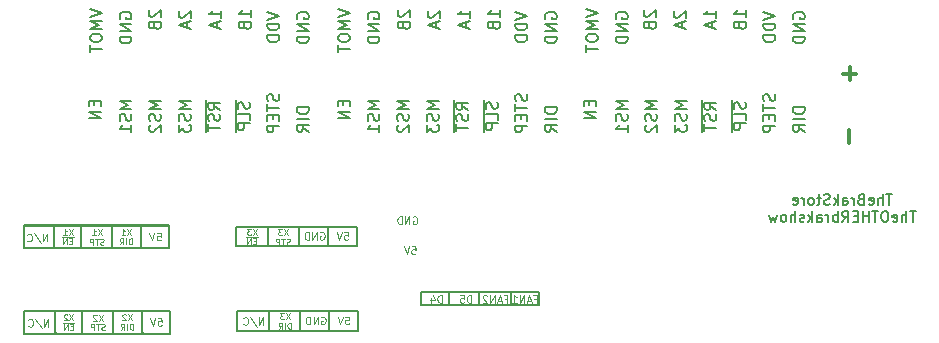
<source format=gbr>
G04 #@! TF.FileFunction,Legend,Bot*
%FSLAX46Y46*%
G04 Gerber Fmt 4.6, Leading zero omitted, Abs format (unit mm)*
G04 Created by KiCad (PCBNEW 4.0.2-stable) date 10/3/2017 10:25:22 PM*
%MOMM*%
G01*
G04 APERTURE LIST*
%ADD10C,0.100000*%
%ADD11C,0.127000*%
%ADD12C,0.088900*%
%ADD13C,0.076200*%
%ADD14C,0.200000*%
%ADD15C,0.165100*%
%ADD16C,0.300000*%
%ADD17C,0.150000*%
G04 APERTURE END LIST*
D10*
D11*
X176228000Y-125618500D02*
X176228000Y-126698000D01*
X173815000Y-125618500D02*
X173815000Y-126695200D01*
X171152000Y-125618500D02*
X171152000Y-126698000D01*
X168608000Y-125618500D02*
X168608000Y-126698000D01*
X166195000Y-125618500D02*
X166195000Y-126698000D01*
D12*
X165426953Y-121778262D02*
X165729334Y-121778262D01*
X165759572Y-122080643D01*
X165729334Y-122050405D01*
X165668857Y-122020167D01*
X165517667Y-122020167D01*
X165457191Y-122050405D01*
X165426953Y-122080643D01*
X165396714Y-122141119D01*
X165396714Y-122292310D01*
X165426953Y-122352786D01*
X165457191Y-122383024D01*
X165517667Y-122413262D01*
X165668857Y-122413262D01*
X165729334Y-122383024D01*
X165759572Y-122352786D01*
X165215286Y-121778262D02*
X165003619Y-122413262D01*
X164791952Y-121778262D01*
X165535809Y-119268500D02*
X165596286Y-119238262D01*
X165687000Y-119238262D01*
X165777714Y-119268500D01*
X165838190Y-119328976D01*
X165868429Y-119389452D01*
X165898667Y-119510405D01*
X165898667Y-119601119D01*
X165868429Y-119722071D01*
X165838190Y-119782548D01*
X165777714Y-119843024D01*
X165687000Y-119873262D01*
X165626524Y-119873262D01*
X165535809Y-119843024D01*
X165505571Y-119812786D01*
X165505571Y-119601119D01*
X165626524Y-119601119D01*
X165233429Y-119873262D02*
X165233429Y-119238262D01*
X164870571Y-119873262D01*
X164870571Y-119238262D01*
X164568191Y-119873262D02*
X164568191Y-119238262D01*
X164417000Y-119238262D01*
X164326286Y-119268500D01*
X164265810Y-119328976D01*
X164235571Y-119389452D01*
X164205333Y-119510405D01*
X164205333Y-119601119D01*
X164235571Y-119722071D01*
X164265810Y-119782548D01*
X164326286Y-119843024D01*
X164417000Y-119873262D01*
X164568191Y-119873262D01*
D11*
X144985000Y-127222000D02*
X132691400Y-127222000D01*
D12*
X134666948Y-128560062D02*
X134666948Y-127925062D01*
X134304090Y-128560062D01*
X134304090Y-127925062D01*
X133548138Y-127894824D02*
X134092424Y-128711252D01*
X132973614Y-128499586D02*
X133003852Y-128529824D01*
X133094567Y-128560062D01*
X133155043Y-128560062D01*
X133245757Y-128529824D01*
X133306233Y-128469348D01*
X133336472Y-128408871D01*
X133366710Y-128287919D01*
X133366710Y-128197205D01*
X133336472Y-128076252D01*
X133306233Y-128015776D01*
X133245757Y-127955300D01*
X133155043Y-127925062D01*
X133094567Y-127925062D01*
X133003852Y-127955300D01*
X132973614Y-127985538D01*
X143938553Y-127848862D02*
X144240934Y-127848862D01*
X144271172Y-128151243D01*
X144240934Y-128121005D01*
X144180457Y-128090767D01*
X144029267Y-128090767D01*
X143968791Y-128121005D01*
X143938553Y-128151243D01*
X143908314Y-128211719D01*
X143908314Y-128362910D01*
X143938553Y-128423386D01*
X143968791Y-128453624D01*
X144029267Y-128483862D01*
X144180457Y-128483862D01*
X144240934Y-128453624D01*
X144271172Y-128423386D01*
X143726886Y-127848862D02*
X143515219Y-128483862D01*
X143303552Y-127848862D01*
D13*
X136786639Y-127524710D02*
X136447972Y-128032710D01*
X136447972Y-127524710D02*
X136786639Y-128032710D01*
X136278638Y-127573090D02*
X136254448Y-127548900D01*
X136206067Y-127524710D01*
X136085114Y-127524710D01*
X136036733Y-127548900D01*
X136012543Y-127573090D01*
X135988352Y-127621471D01*
X135988352Y-127669852D01*
X136012543Y-127742424D01*
X136302829Y-128032710D01*
X135988352Y-128032710D01*
X136750352Y-128554014D02*
X136581018Y-128554014D01*
X136508447Y-128820110D02*
X136750352Y-128820110D01*
X136750352Y-128312110D01*
X136508447Y-128312110D01*
X136290733Y-128820110D02*
X136290733Y-128312110D01*
X136000447Y-128820110D01*
X136000447Y-128312110D01*
X136871304Y-128224540D02*
X135879495Y-128224540D01*
X139250439Y-127550110D02*
X138911772Y-128058110D01*
X138911772Y-127550110D02*
X139250439Y-128058110D01*
X138742438Y-127598490D02*
X138718248Y-127574300D01*
X138669867Y-127550110D01*
X138548914Y-127550110D01*
X138500533Y-127574300D01*
X138476343Y-127598490D01*
X138452152Y-127646871D01*
X138452152Y-127695252D01*
X138476343Y-127767824D01*
X138766629Y-128058110D01*
X138452152Y-128058110D01*
X139431867Y-128821319D02*
X139359296Y-128845510D01*
X139238343Y-128845510D01*
X139189962Y-128821319D01*
X139165772Y-128797129D01*
X139141581Y-128748748D01*
X139141581Y-128700367D01*
X139165772Y-128651986D01*
X139189962Y-128627795D01*
X139238343Y-128603605D01*
X139335105Y-128579414D01*
X139383486Y-128555224D01*
X139407677Y-128531033D01*
X139431867Y-128482652D01*
X139431867Y-128434271D01*
X139407677Y-128385890D01*
X139383486Y-128361700D01*
X139335105Y-128337510D01*
X139214153Y-128337510D01*
X139141581Y-128361700D01*
X138996438Y-128337510D02*
X138706152Y-128337510D01*
X138851295Y-128845510D02*
X138851295Y-128337510D01*
X138536819Y-128845510D02*
X138536819Y-128337510D01*
X138343295Y-128337510D01*
X138294914Y-128361700D01*
X138270723Y-128385890D01*
X138246533Y-128434271D01*
X138246533Y-128506843D01*
X138270723Y-128555224D01*
X138294914Y-128579414D01*
X138343295Y-128603605D01*
X138536819Y-128603605D01*
X141739639Y-127524710D02*
X141400972Y-128032710D01*
X141400972Y-127524710D02*
X141739639Y-128032710D01*
X141231638Y-127573090D02*
X141207448Y-127548900D01*
X141159067Y-127524710D01*
X141038114Y-127524710D01*
X140989733Y-127548900D01*
X140965543Y-127573090D01*
X140941352Y-127621471D01*
X140941352Y-127669852D01*
X140965543Y-127742424D01*
X141255829Y-128032710D01*
X140941352Y-128032710D01*
X141836400Y-128820110D02*
X141836400Y-128312110D01*
X141715447Y-128312110D01*
X141642876Y-128336300D01*
X141594495Y-128384681D01*
X141570304Y-128433062D01*
X141546114Y-128529824D01*
X141546114Y-128602395D01*
X141570304Y-128699157D01*
X141594495Y-128747538D01*
X141642876Y-128795919D01*
X141715447Y-128820110D01*
X141836400Y-128820110D01*
X141328400Y-128820110D02*
X141328400Y-128312110D01*
X140796209Y-128820110D02*
X140965542Y-128578205D01*
X141086495Y-128820110D02*
X141086495Y-128312110D01*
X140892971Y-128312110D01*
X140844590Y-128336300D01*
X140820399Y-128360490D01*
X140796209Y-128408871D01*
X140796209Y-128481443D01*
X140820399Y-128529824D01*
X140844590Y-128554014D01*
X140892971Y-128578205D01*
X141086495Y-128578205D01*
D14*
X132667000Y-127206000D02*
X144986000Y-127206000D01*
X144986000Y-127206000D02*
X144986000Y-129161800D01*
X144986000Y-129161800D02*
X132743200Y-129161800D01*
X132743200Y-129161800D02*
X132717800Y-129161800D01*
X132717800Y-129161800D02*
X132641600Y-129161800D01*
X132641600Y-129161800D02*
X132641600Y-127206000D01*
X132641600Y-127206000D02*
X132717800Y-127206000D01*
X135232400Y-127206000D02*
X135232400Y-129136400D01*
X135232400Y-129136400D02*
X135359400Y-129136400D01*
X137518400Y-127206000D02*
X137518400Y-129161800D01*
X140160000Y-127206000D02*
X140160000Y-129161800D01*
X140160000Y-129161800D02*
X140134600Y-129161800D01*
X142623800Y-127256800D02*
X142623800Y-129136400D01*
X142623800Y-129136400D02*
X142801600Y-129136400D01*
X142547600Y-121922800D02*
X142725400Y-121922800D01*
X142547600Y-120043200D02*
X142547600Y-121922800D01*
X140083800Y-121948200D02*
X140058400Y-121948200D01*
X140083800Y-119992400D02*
X140083800Y-121948200D01*
X137442200Y-119992400D02*
X137442200Y-121948200D01*
X135156200Y-121922800D02*
X135283200Y-121922800D01*
X135156200Y-119992400D02*
X135156200Y-121922800D01*
X132565400Y-119992400D02*
X132641600Y-119992400D01*
X132565400Y-121948200D02*
X132565400Y-119992400D01*
X132641600Y-121948200D02*
X132565400Y-121948200D01*
X132667000Y-121948200D02*
X132641600Y-121948200D01*
X144909800Y-121948200D02*
X132667000Y-121948200D01*
X144909800Y-119992400D02*
X144909800Y-121948200D01*
X132590800Y-119992400D02*
X144909800Y-119992400D01*
D12*
X159711353Y-120562262D02*
X160013734Y-120562262D01*
X160043972Y-120864643D01*
X160013734Y-120834405D01*
X159953257Y-120804167D01*
X159802067Y-120804167D01*
X159741591Y-120834405D01*
X159711353Y-120864643D01*
X159681114Y-120925119D01*
X159681114Y-121076310D01*
X159711353Y-121136786D01*
X159741591Y-121167024D01*
X159802067Y-121197262D01*
X159953257Y-121197262D01*
X160013734Y-121167024D01*
X160043972Y-121136786D01*
X159499686Y-120562262D02*
X159288019Y-121197262D01*
X159076352Y-120562262D01*
X157686609Y-120592500D02*
X157747086Y-120562262D01*
X157837800Y-120562262D01*
X157928514Y-120592500D01*
X157988990Y-120652976D01*
X158019229Y-120713452D01*
X158049467Y-120834405D01*
X158049467Y-120925119D01*
X158019229Y-121046071D01*
X157988990Y-121106548D01*
X157928514Y-121167024D01*
X157837800Y-121197262D01*
X157777324Y-121197262D01*
X157686609Y-121167024D01*
X157656371Y-121136786D01*
X157656371Y-120925119D01*
X157777324Y-120925119D01*
X157384229Y-121197262D02*
X157384229Y-120562262D01*
X157021371Y-121197262D01*
X157021371Y-120562262D01*
X156718991Y-121197262D02*
X156718991Y-120562262D01*
X156567800Y-120562262D01*
X156477086Y-120592500D01*
X156416610Y-120652976D01*
X156386371Y-120713452D01*
X156356133Y-120834405D01*
X156356133Y-120925119D01*
X156386371Y-121046071D01*
X156416610Y-121106548D01*
X156477086Y-121167024D01*
X156567800Y-121197262D01*
X156718991Y-121197262D01*
D11*
X150802000Y-120097200D02*
X160809600Y-120097200D01*
X150802000Y-121773600D02*
X160809600Y-121773600D01*
X153240400Y-121773600D02*
X153240400Y-120097200D01*
X155882000Y-121773600D02*
X155882000Y-120097200D01*
X158320400Y-121773600D02*
X158320400Y-120097200D01*
X160809600Y-121773600D02*
X160809600Y-120097200D01*
X150548000Y-120097200D02*
X150852800Y-120097200D01*
X150548000Y-120097200D02*
X150548000Y-121773600D01*
X150548000Y-121773600D02*
X150852800Y-121773600D01*
D13*
X154947639Y-120336510D02*
X154608972Y-120844510D01*
X154608972Y-120336510D02*
X154947639Y-120844510D01*
X154463829Y-120336510D02*
X154149352Y-120336510D01*
X154318686Y-120530033D01*
X154246114Y-120530033D01*
X154197733Y-120554224D01*
X154173543Y-120578414D01*
X154149352Y-120626795D01*
X154149352Y-120747748D01*
X154173543Y-120796129D01*
X154197733Y-120820319D01*
X154246114Y-120844510D01*
X154391257Y-120844510D01*
X154439638Y-120820319D01*
X154463829Y-120796129D01*
X155129067Y-121607719D02*
X155056496Y-121631910D01*
X154935543Y-121631910D01*
X154887162Y-121607719D01*
X154862972Y-121583529D01*
X154838781Y-121535148D01*
X154838781Y-121486767D01*
X154862972Y-121438386D01*
X154887162Y-121414195D01*
X154935543Y-121390005D01*
X155032305Y-121365814D01*
X155080686Y-121341624D01*
X155104877Y-121317433D01*
X155129067Y-121269052D01*
X155129067Y-121220671D01*
X155104877Y-121172290D01*
X155080686Y-121148100D01*
X155032305Y-121123910D01*
X154911353Y-121123910D01*
X154838781Y-121148100D01*
X154693638Y-121123910D02*
X154403352Y-121123910D01*
X154548495Y-121631910D02*
X154548495Y-121123910D01*
X154234019Y-121631910D02*
X154234019Y-121123910D01*
X154040495Y-121123910D01*
X153992114Y-121148100D01*
X153967923Y-121172290D01*
X153943733Y-121220671D01*
X153943733Y-121293243D01*
X153967923Y-121341624D01*
X153992114Y-121365814D01*
X154040495Y-121390005D01*
X154234019Y-121390005D01*
X152306039Y-120285710D02*
X151967372Y-120793710D01*
X151967372Y-120285710D02*
X152306039Y-120793710D01*
X151822229Y-120285710D02*
X151507752Y-120285710D01*
X151677086Y-120479233D01*
X151604514Y-120479233D01*
X151556133Y-120503424D01*
X151531943Y-120527614D01*
X151507752Y-120575995D01*
X151507752Y-120696948D01*
X151531943Y-120745329D01*
X151556133Y-120769519D01*
X151604514Y-120793710D01*
X151749657Y-120793710D01*
X151798038Y-120769519D01*
X151822229Y-120745329D01*
X152269752Y-121315014D02*
X152100418Y-121315014D01*
X152027847Y-121581110D02*
X152269752Y-121581110D01*
X152269752Y-121073110D01*
X152027847Y-121073110D01*
X151810133Y-121581110D02*
X151810133Y-121073110D01*
X151519847Y-121581110D01*
X151519847Y-121073110D01*
X152390704Y-120985540D02*
X151398895Y-120985540D01*
D12*
X152878748Y-128407662D02*
X152878748Y-127772662D01*
X152515890Y-128407662D01*
X152515890Y-127772662D01*
X151759938Y-127742424D02*
X152304224Y-128558852D01*
X151185414Y-128347186D02*
X151215652Y-128377424D01*
X151306367Y-128407662D01*
X151366843Y-128407662D01*
X151457557Y-128377424D01*
X151518033Y-128316948D01*
X151548272Y-128256471D01*
X151578510Y-128135519D01*
X151578510Y-128044805D01*
X151548272Y-127923852D01*
X151518033Y-127863376D01*
X151457557Y-127802900D01*
X151366843Y-127772662D01*
X151306367Y-127772662D01*
X151215652Y-127802900D01*
X151185414Y-127833138D01*
D13*
X155100039Y-127448510D02*
X154761372Y-127956510D01*
X154761372Y-127448510D02*
X155100039Y-127956510D01*
X154616229Y-127448510D02*
X154301752Y-127448510D01*
X154471086Y-127642033D01*
X154398514Y-127642033D01*
X154350133Y-127666224D01*
X154325943Y-127690414D01*
X154301752Y-127738795D01*
X154301752Y-127859748D01*
X154325943Y-127908129D01*
X154350133Y-127932319D01*
X154398514Y-127956510D01*
X154543657Y-127956510D01*
X154592038Y-127932319D01*
X154616229Y-127908129D01*
X155196800Y-128743910D02*
X155196800Y-128235910D01*
X155075847Y-128235910D01*
X155003276Y-128260100D01*
X154954895Y-128308481D01*
X154930704Y-128356862D01*
X154906514Y-128453624D01*
X154906514Y-128526195D01*
X154930704Y-128622957D01*
X154954895Y-128671338D01*
X155003276Y-128719719D01*
X155075847Y-128743910D01*
X155196800Y-128743910D01*
X154688800Y-128743910D02*
X154688800Y-128235910D01*
X154156609Y-128743910D02*
X154325942Y-128502005D01*
X154446895Y-128743910D02*
X154446895Y-128235910D01*
X154253371Y-128235910D01*
X154204990Y-128260100D01*
X154180799Y-128284290D01*
X154156609Y-128332671D01*
X154156609Y-128405243D01*
X154180799Y-128453624D01*
X154204990Y-128477814D01*
X154253371Y-128502005D01*
X154446895Y-128502005D01*
D12*
X159812953Y-127725062D02*
X160115334Y-127725062D01*
X160145572Y-128027443D01*
X160115334Y-127997205D01*
X160054857Y-127966967D01*
X159903667Y-127966967D01*
X159843191Y-127997205D01*
X159812953Y-128027443D01*
X159782714Y-128087919D01*
X159782714Y-128239110D01*
X159812953Y-128299586D01*
X159843191Y-128329824D01*
X159903667Y-128360062D01*
X160054857Y-128360062D01*
X160115334Y-128329824D01*
X160145572Y-128299586D01*
X159601286Y-127725062D02*
X159389619Y-128360062D01*
X159177952Y-127725062D01*
X157788209Y-127755300D02*
X157848686Y-127725062D01*
X157939400Y-127725062D01*
X158030114Y-127755300D01*
X158090590Y-127815776D01*
X158120829Y-127876252D01*
X158151067Y-127997205D01*
X158151067Y-128087919D01*
X158120829Y-128208871D01*
X158090590Y-128269348D01*
X158030114Y-128329824D01*
X157939400Y-128360062D01*
X157878924Y-128360062D01*
X157788209Y-128329824D01*
X157757971Y-128299586D01*
X157757971Y-128087919D01*
X157878924Y-128087919D01*
X157485829Y-128360062D02*
X157485829Y-127725062D01*
X157122971Y-128360062D01*
X157122971Y-127725062D01*
X156820591Y-128360062D02*
X156820591Y-127725062D01*
X156669400Y-127725062D01*
X156578686Y-127755300D01*
X156518210Y-127815776D01*
X156487971Y-127876252D01*
X156457733Y-127997205D01*
X156457733Y-128087919D01*
X156487971Y-128208871D01*
X156518210Y-128269348D01*
X156578686Y-128329824D01*
X156669400Y-128360062D01*
X156820591Y-128360062D01*
D11*
X150903600Y-127260000D02*
X160911200Y-127260000D01*
X150903600Y-128936400D02*
X160911200Y-128936400D01*
X153342000Y-128936400D02*
X153342000Y-127260000D01*
X155983600Y-128936400D02*
X155983600Y-127260000D01*
X158422000Y-128936400D02*
X158422000Y-127260000D01*
X160911200Y-128936400D02*
X160911200Y-127260000D01*
X150649600Y-127260000D02*
X150954400Y-127260000D01*
X150649600Y-127260000D02*
X150649600Y-128936400D01*
X150649600Y-128936400D02*
X150954400Y-128936400D01*
D15*
X206136499Y-117378317D02*
X205628499Y-117378317D01*
X205882499Y-118267317D02*
X205882499Y-117378317D01*
X205332166Y-118267317D02*
X205332166Y-117378317D01*
X204951166Y-118267317D02*
X204951166Y-117801650D01*
X204993500Y-117716983D01*
X205078166Y-117674650D01*
X205205166Y-117674650D01*
X205289833Y-117716983D01*
X205332166Y-117759317D01*
X204189167Y-118224983D02*
X204273833Y-118267317D01*
X204443167Y-118267317D01*
X204527833Y-118224983D01*
X204570167Y-118140317D01*
X204570167Y-117801650D01*
X204527833Y-117716983D01*
X204443167Y-117674650D01*
X204273833Y-117674650D01*
X204189167Y-117716983D01*
X204146833Y-117801650D01*
X204146833Y-117886317D01*
X204570167Y-117970983D01*
X203469500Y-117801650D02*
X203342500Y-117843983D01*
X203300167Y-117886317D01*
X203257833Y-117970983D01*
X203257833Y-118097983D01*
X203300167Y-118182650D01*
X203342500Y-118224983D01*
X203427167Y-118267317D01*
X203765833Y-118267317D01*
X203765833Y-117378317D01*
X203469500Y-117378317D01*
X203384833Y-117420650D01*
X203342500Y-117462983D01*
X203300167Y-117547650D01*
X203300167Y-117632317D01*
X203342500Y-117716983D01*
X203384833Y-117759317D01*
X203469500Y-117801650D01*
X203765833Y-117801650D01*
X202876833Y-118267317D02*
X202876833Y-117674650D01*
X202876833Y-117843983D02*
X202834500Y-117759317D01*
X202792167Y-117716983D01*
X202707500Y-117674650D01*
X202622833Y-117674650D01*
X201945500Y-118267317D02*
X201945500Y-117801650D01*
X201987834Y-117716983D01*
X202072500Y-117674650D01*
X202241834Y-117674650D01*
X202326500Y-117716983D01*
X201945500Y-118224983D02*
X202030167Y-118267317D01*
X202241834Y-118267317D01*
X202326500Y-118224983D01*
X202368834Y-118140317D01*
X202368834Y-118055650D01*
X202326500Y-117970983D01*
X202241834Y-117928650D01*
X202030167Y-117928650D01*
X201945500Y-117886317D01*
X201522167Y-118267317D02*
X201522167Y-117378317D01*
X201437501Y-117928650D02*
X201183501Y-118267317D01*
X201183501Y-117674650D02*
X201522167Y-118013317D01*
X200844834Y-118224983D02*
X200717834Y-118267317D01*
X200506167Y-118267317D01*
X200421500Y-118224983D01*
X200379167Y-118182650D01*
X200336834Y-118097983D01*
X200336834Y-118013317D01*
X200379167Y-117928650D01*
X200421500Y-117886317D01*
X200506167Y-117843983D01*
X200675500Y-117801650D01*
X200760167Y-117759317D01*
X200802500Y-117716983D01*
X200844834Y-117632317D01*
X200844834Y-117547650D01*
X200802500Y-117462983D01*
X200760167Y-117420650D01*
X200675500Y-117378317D01*
X200463834Y-117378317D01*
X200336834Y-117420650D01*
X200082833Y-117674650D02*
X199744167Y-117674650D01*
X199955833Y-117378317D02*
X199955833Y-118140317D01*
X199913500Y-118224983D01*
X199828833Y-118267317D01*
X199744167Y-118267317D01*
X199320833Y-118267317D02*
X199405500Y-118224983D01*
X199447833Y-118182650D01*
X199490167Y-118097983D01*
X199490167Y-117843983D01*
X199447833Y-117759317D01*
X199405500Y-117716983D01*
X199320833Y-117674650D01*
X199193833Y-117674650D01*
X199109167Y-117716983D01*
X199066833Y-117759317D01*
X199024500Y-117843983D01*
X199024500Y-118097983D01*
X199066833Y-118182650D01*
X199109167Y-118224983D01*
X199193833Y-118267317D01*
X199320833Y-118267317D01*
X198643500Y-118267317D02*
X198643500Y-117674650D01*
X198643500Y-117843983D02*
X198601167Y-117759317D01*
X198558834Y-117716983D01*
X198474167Y-117674650D01*
X198389500Y-117674650D01*
X197754501Y-118224983D02*
X197839167Y-118267317D01*
X198008501Y-118267317D01*
X198093167Y-118224983D01*
X198135501Y-118140317D01*
X198135501Y-117801650D01*
X198093167Y-117716983D01*
X198008501Y-117674650D01*
X197839167Y-117674650D01*
X197754501Y-117716983D01*
X197712167Y-117801650D01*
X197712167Y-117886317D01*
X198135501Y-117970983D01*
X208104998Y-118788017D02*
X207596998Y-118788017D01*
X207850998Y-119677017D02*
X207850998Y-118788017D01*
X207300665Y-119677017D02*
X207300665Y-118788017D01*
X206919665Y-119677017D02*
X206919665Y-119211350D01*
X206961999Y-119126683D01*
X207046665Y-119084350D01*
X207173665Y-119084350D01*
X207258332Y-119126683D01*
X207300665Y-119169017D01*
X206157666Y-119634683D02*
X206242332Y-119677017D01*
X206411666Y-119677017D01*
X206496332Y-119634683D01*
X206538666Y-119550017D01*
X206538666Y-119211350D01*
X206496332Y-119126683D01*
X206411666Y-119084350D01*
X206242332Y-119084350D01*
X206157666Y-119126683D01*
X206115332Y-119211350D01*
X206115332Y-119296017D01*
X206538666Y-119380683D01*
X205564999Y-118788017D02*
X205395666Y-118788017D01*
X205310999Y-118830350D01*
X205226332Y-118915017D01*
X205183999Y-119084350D01*
X205183999Y-119380683D01*
X205226332Y-119550017D01*
X205310999Y-119634683D01*
X205395666Y-119677017D01*
X205564999Y-119677017D01*
X205649666Y-119634683D01*
X205734332Y-119550017D01*
X205776666Y-119380683D01*
X205776666Y-119084350D01*
X205734332Y-118915017D01*
X205649666Y-118830350D01*
X205564999Y-118788017D01*
X204929999Y-118788017D02*
X204421999Y-118788017D01*
X204675999Y-119677017D02*
X204675999Y-118788017D01*
X204125666Y-119677017D02*
X204125666Y-118788017D01*
X204125666Y-119211350D02*
X203617666Y-119211350D01*
X203617666Y-119677017D02*
X203617666Y-118788017D01*
X203194333Y-119211350D02*
X202898000Y-119211350D01*
X202771000Y-119677017D02*
X203194333Y-119677017D01*
X203194333Y-118788017D01*
X202771000Y-118788017D01*
X201882000Y-119677017D02*
X202178334Y-119253683D01*
X202390000Y-119677017D02*
X202390000Y-118788017D01*
X202051334Y-118788017D01*
X201966667Y-118830350D01*
X201924334Y-118872683D01*
X201882000Y-118957350D01*
X201882000Y-119084350D01*
X201924334Y-119169017D01*
X201966667Y-119211350D01*
X202051334Y-119253683D01*
X202390000Y-119253683D01*
X201501000Y-119677017D02*
X201501000Y-118788017D01*
X201501000Y-119126683D02*
X201416334Y-119084350D01*
X201247000Y-119084350D01*
X201162334Y-119126683D01*
X201120000Y-119169017D01*
X201077667Y-119253683D01*
X201077667Y-119507683D01*
X201120000Y-119592350D01*
X201162334Y-119634683D01*
X201247000Y-119677017D01*
X201416334Y-119677017D01*
X201501000Y-119634683D01*
X200696667Y-119677017D02*
X200696667Y-119084350D01*
X200696667Y-119253683D02*
X200654334Y-119169017D01*
X200612001Y-119126683D01*
X200527334Y-119084350D01*
X200442667Y-119084350D01*
X199765334Y-119677017D02*
X199765334Y-119211350D01*
X199807668Y-119126683D01*
X199892334Y-119084350D01*
X200061668Y-119084350D01*
X200146334Y-119126683D01*
X199765334Y-119634683D02*
X199850001Y-119677017D01*
X200061668Y-119677017D01*
X200146334Y-119634683D01*
X200188668Y-119550017D01*
X200188668Y-119465350D01*
X200146334Y-119380683D01*
X200061668Y-119338350D01*
X199850001Y-119338350D01*
X199765334Y-119296017D01*
X199342001Y-119677017D02*
X199342001Y-118788017D01*
X199257335Y-119338350D02*
X199003335Y-119677017D01*
X199003335Y-119084350D02*
X199342001Y-119423017D01*
X198664668Y-119634683D02*
X198580001Y-119677017D01*
X198410668Y-119677017D01*
X198326001Y-119634683D01*
X198283668Y-119550017D01*
X198283668Y-119507683D01*
X198326001Y-119423017D01*
X198410668Y-119380683D01*
X198537668Y-119380683D01*
X198622334Y-119338350D01*
X198664668Y-119253683D01*
X198664668Y-119211350D01*
X198622334Y-119126683D01*
X198537668Y-119084350D01*
X198410668Y-119084350D01*
X198326001Y-119126683D01*
X197902667Y-119677017D02*
X197902667Y-118788017D01*
X197521667Y-119677017D02*
X197521667Y-119211350D01*
X197564001Y-119126683D01*
X197648667Y-119084350D01*
X197775667Y-119084350D01*
X197860334Y-119126683D01*
X197902667Y-119169017D01*
X196971334Y-119677017D02*
X197056001Y-119634683D01*
X197098334Y-119592350D01*
X197140668Y-119507683D01*
X197140668Y-119253683D01*
X197098334Y-119169017D01*
X197056001Y-119126683D01*
X196971334Y-119084350D01*
X196844334Y-119084350D01*
X196759668Y-119126683D01*
X196717334Y-119169017D01*
X196675001Y-119253683D01*
X196675001Y-119507683D01*
X196717334Y-119592350D01*
X196759668Y-119634683D01*
X196844334Y-119677017D01*
X196971334Y-119677017D01*
X196378668Y-119084350D02*
X196209335Y-119677017D01*
X196040001Y-119253683D01*
X195870668Y-119677017D01*
X195701335Y-119084350D01*
D16*
X202497143Y-106568572D02*
X202497143Y-107711429D01*
X203068571Y-107140000D02*
X201925714Y-107140000D01*
X202449429Y-111902572D02*
X202449429Y-113045429D01*
D12*
X173316429Y-126204643D02*
X173528096Y-126204643D01*
X173528096Y-126537262D02*
X173528096Y-125902262D01*
X173225715Y-125902262D01*
X173014048Y-126355833D02*
X172711667Y-126355833D01*
X173074524Y-126537262D02*
X172862857Y-125902262D01*
X172651190Y-126537262D01*
X172439524Y-126537262D02*
X172439524Y-125902262D01*
X172076666Y-126537262D01*
X172076666Y-125902262D01*
X171804524Y-125962738D02*
X171774286Y-125932500D01*
X171713809Y-125902262D01*
X171562619Y-125902262D01*
X171502143Y-125932500D01*
X171471905Y-125962738D01*
X171441666Y-126023214D01*
X171441666Y-126083690D01*
X171471905Y-126174405D01*
X171834762Y-126537262D01*
X171441666Y-126537262D01*
D11*
X166219800Y-126726600D02*
X176227400Y-126726600D01*
X166219800Y-125621700D02*
X176227400Y-125621700D01*
D12*
X170468691Y-126537262D02*
X170468691Y-125902262D01*
X170317500Y-125902262D01*
X170226786Y-125932500D01*
X170166310Y-125992976D01*
X170136071Y-126053452D01*
X170105833Y-126174405D01*
X170105833Y-126265119D01*
X170136071Y-126386071D01*
X170166310Y-126446548D01*
X170226786Y-126507024D01*
X170317500Y-126537262D01*
X170468691Y-126537262D01*
X169531310Y-125902262D02*
X169833691Y-125902262D01*
X169863929Y-126204643D01*
X169833691Y-126174405D01*
X169773214Y-126144167D01*
X169622024Y-126144167D01*
X169561548Y-126174405D01*
X169531310Y-126204643D01*
X169501071Y-126265119D01*
X169501071Y-126416310D01*
X169531310Y-126476786D01*
X169561548Y-126507024D01*
X169622024Y-126537262D01*
X169773214Y-126537262D01*
X169833691Y-126507024D01*
X169863929Y-126476786D01*
X167968691Y-126537262D02*
X167968691Y-125902262D01*
X167817500Y-125902262D01*
X167726786Y-125932500D01*
X167666310Y-125992976D01*
X167636071Y-126053452D01*
X167605833Y-126174405D01*
X167605833Y-126265119D01*
X167636071Y-126386071D01*
X167666310Y-126446548D01*
X167726786Y-126507024D01*
X167817500Y-126537262D01*
X167968691Y-126537262D01*
X167061548Y-126113929D02*
X167061548Y-126537262D01*
X167212738Y-125872024D02*
X167363929Y-126325595D01*
X166970833Y-126325595D01*
X175816429Y-126204643D02*
X176028096Y-126204643D01*
X176028096Y-126537262D02*
X176028096Y-125902262D01*
X175725715Y-125902262D01*
X175514048Y-126355833D02*
X175211667Y-126355833D01*
X175574524Y-126537262D02*
X175362857Y-125902262D01*
X175151190Y-126537262D01*
X174939524Y-126537262D02*
X174939524Y-125902262D01*
X174576666Y-126537262D01*
X174576666Y-125902262D01*
X173941666Y-126537262D02*
X174304524Y-126537262D01*
X174123095Y-126537262D02*
X174123095Y-125902262D01*
X174183571Y-125992976D01*
X174244047Y-126053452D01*
X174304524Y-126083690D01*
D13*
X141663439Y-120311110D02*
X141324772Y-120819110D01*
X141324772Y-120311110D02*
X141663439Y-120819110D01*
X140865152Y-120819110D02*
X141155438Y-120819110D01*
X141010295Y-120819110D02*
X141010295Y-120311110D01*
X141058676Y-120383681D01*
X141107057Y-120432062D01*
X141155438Y-120456252D01*
X141760200Y-121606510D02*
X141760200Y-121098510D01*
X141639247Y-121098510D01*
X141566676Y-121122700D01*
X141518295Y-121171081D01*
X141494104Y-121219462D01*
X141469914Y-121316224D01*
X141469914Y-121388795D01*
X141494104Y-121485557D01*
X141518295Y-121533938D01*
X141566676Y-121582319D01*
X141639247Y-121606510D01*
X141760200Y-121606510D01*
X141252200Y-121606510D02*
X141252200Y-121098510D01*
X140720009Y-121606510D02*
X140889342Y-121364605D01*
X141010295Y-121606510D02*
X141010295Y-121098510D01*
X140816771Y-121098510D01*
X140768390Y-121122700D01*
X140744199Y-121146890D01*
X140720009Y-121195271D01*
X140720009Y-121267843D01*
X140744199Y-121316224D01*
X140768390Y-121340414D01*
X140816771Y-121364605D01*
X141010295Y-121364605D01*
X139174239Y-120336510D02*
X138835572Y-120844510D01*
X138835572Y-120336510D02*
X139174239Y-120844510D01*
X138375952Y-120844510D02*
X138666238Y-120844510D01*
X138521095Y-120844510D02*
X138521095Y-120336510D01*
X138569476Y-120409081D01*
X138617857Y-120457462D01*
X138666238Y-120481652D01*
X139355667Y-121607719D02*
X139283096Y-121631910D01*
X139162143Y-121631910D01*
X139113762Y-121607719D01*
X139089572Y-121583529D01*
X139065381Y-121535148D01*
X139065381Y-121486767D01*
X139089572Y-121438386D01*
X139113762Y-121414195D01*
X139162143Y-121390005D01*
X139258905Y-121365814D01*
X139307286Y-121341624D01*
X139331477Y-121317433D01*
X139355667Y-121269052D01*
X139355667Y-121220671D01*
X139331477Y-121172290D01*
X139307286Y-121148100D01*
X139258905Y-121123910D01*
X139137953Y-121123910D01*
X139065381Y-121148100D01*
X138920238Y-121123910D02*
X138629952Y-121123910D01*
X138775095Y-121631910D02*
X138775095Y-121123910D01*
X138460619Y-121631910D02*
X138460619Y-121123910D01*
X138267095Y-121123910D01*
X138218714Y-121148100D01*
X138194523Y-121172290D01*
X138170333Y-121220671D01*
X138170333Y-121293243D01*
X138194523Y-121341624D01*
X138218714Y-121365814D01*
X138267095Y-121390005D01*
X138460619Y-121390005D01*
X136710439Y-120311110D02*
X136371772Y-120819110D01*
X136371772Y-120311110D02*
X136710439Y-120819110D01*
X135912152Y-120819110D02*
X136202438Y-120819110D01*
X136057295Y-120819110D02*
X136057295Y-120311110D01*
X136105676Y-120383681D01*
X136154057Y-120432062D01*
X136202438Y-120456252D01*
X136674152Y-121340414D02*
X136504818Y-121340414D01*
X136432247Y-121606510D02*
X136674152Y-121606510D01*
X136674152Y-121098510D01*
X136432247Y-121098510D01*
X136214533Y-121606510D02*
X136214533Y-121098510D01*
X135924247Y-121606510D01*
X135924247Y-121098510D01*
X136795104Y-121010940D02*
X135803295Y-121010940D01*
D12*
X143862353Y-120635262D02*
X144164734Y-120635262D01*
X144194972Y-120937643D01*
X144164734Y-120907405D01*
X144104257Y-120877167D01*
X143953067Y-120877167D01*
X143892591Y-120907405D01*
X143862353Y-120937643D01*
X143832114Y-120998119D01*
X143832114Y-121149310D01*
X143862353Y-121209786D01*
X143892591Y-121240024D01*
X143953067Y-121270262D01*
X144104257Y-121270262D01*
X144164734Y-121240024D01*
X144194972Y-121209786D01*
X143650686Y-120635262D02*
X143439019Y-121270262D01*
X143227352Y-120635262D01*
X134590748Y-121346462D02*
X134590748Y-120711462D01*
X134227890Y-121346462D01*
X134227890Y-120711462D01*
X133471938Y-120681224D02*
X134016224Y-121497652D01*
X132897414Y-121285986D02*
X132927652Y-121316224D01*
X133018367Y-121346462D01*
X133078843Y-121346462D01*
X133169557Y-121316224D01*
X133230033Y-121255748D01*
X133260272Y-121195271D01*
X133290510Y-121074319D01*
X133290510Y-120983605D01*
X133260272Y-120862652D01*
X133230033Y-120802176D01*
X133169557Y-120741700D01*
X133078843Y-120711462D01*
X133018367Y-120711462D01*
X132927652Y-120741700D01*
X132897414Y-120771938D01*
D11*
X144908800Y-120008400D02*
X132615200Y-120008400D01*
D17*
X138202381Y-101690476D02*
X139202381Y-102023809D01*
X138202381Y-102357143D01*
X139202381Y-102690476D02*
X138202381Y-102690476D01*
X138916667Y-103023810D01*
X138202381Y-103357143D01*
X139202381Y-103357143D01*
X138202381Y-104023809D02*
X138202381Y-104214286D01*
X138250000Y-104309524D01*
X138345238Y-104404762D01*
X138535714Y-104452381D01*
X138869048Y-104452381D01*
X139059524Y-104404762D01*
X139154762Y-104309524D01*
X139202381Y-104214286D01*
X139202381Y-104023809D01*
X139154762Y-103928571D01*
X139059524Y-103833333D01*
X138869048Y-103785714D01*
X138535714Y-103785714D01*
X138345238Y-103833333D01*
X138250000Y-103928571D01*
X138202381Y-104023809D01*
X138202381Y-104738095D02*
X138202381Y-105309524D01*
X139202381Y-105023809D02*
X138202381Y-105023809D01*
X140750000Y-102488096D02*
X140702381Y-102392858D01*
X140702381Y-102250001D01*
X140750000Y-102107143D01*
X140845238Y-102011905D01*
X140940476Y-101964286D01*
X141130952Y-101916667D01*
X141273810Y-101916667D01*
X141464286Y-101964286D01*
X141559524Y-102011905D01*
X141654762Y-102107143D01*
X141702381Y-102250001D01*
X141702381Y-102345239D01*
X141654762Y-102488096D01*
X141607143Y-102535715D01*
X141273810Y-102535715D01*
X141273810Y-102345239D01*
X141702381Y-102964286D02*
X140702381Y-102964286D01*
X141702381Y-103535715D01*
X140702381Y-103535715D01*
X141702381Y-104011905D02*
X140702381Y-104011905D01*
X140702381Y-104250000D01*
X140750000Y-104392858D01*
X140845238Y-104488096D01*
X140940476Y-104535715D01*
X141130952Y-104583334D01*
X141273810Y-104583334D01*
X141464286Y-104535715D01*
X141559524Y-104488096D01*
X141654762Y-104392858D01*
X141702381Y-104250000D01*
X141702381Y-104011905D01*
X143263619Y-101782286D02*
X143216000Y-101829905D01*
X143168381Y-101925143D01*
X143168381Y-102163239D01*
X143216000Y-102258477D01*
X143263619Y-102306096D01*
X143358857Y-102353715D01*
X143454095Y-102353715D01*
X143596952Y-102306096D01*
X144168381Y-101734667D01*
X144168381Y-102353715D01*
X143644571Y-103115620D02*
X143692190Y-103258477D01*
X143739810Y-103306096D01*
X143835048Y-103353715D01*
X143977905Y-103353715D01*
X144073143Y-103306096D01*
X144120762Y-103258477D01*
X144168381Y-103163239D01*
X144168381Y-102782286D01*
X143168381Y-102782286D01*
X143168381Y-103115620D01*
X143216000Y-103210858D01*
X143263619Y-103258477D01*
X143358857Y-103306096D01*
X143454095Y-103306096D01*
X143549333Y-103258477D01*
X143596952Y-103210858D01*
X143644571Y-103115620D01*
X143644571Y-102782286D01*
X145803619Y-101853714D02*
X145756000Y-101901333D01*
X145708381Y-101996571D01*
X145708381Y-102234667D01*
X145756000Y-102329905D01*
X145803619Y-102377524D01*
X145898857Y-102425143D01*
X145994095Y-102425143D01*
X146136952Y-102377524D01*
X146708381Y-101806095D01*
X146708381Y-102425143D01*
X146422667Y-102806095D02*
X146422667Y-103282286D01*
X146708381Y-102710857D02*
X145708381Y-103044190D01*
X146708381Y-103377524D01*
X149248381Y-102425143D02*
X149248381Y-101853714D01*
X149248381Y-102139428D02*
X148248381Y-102139428D01*
X148391238Y-102044190D01*
X148486476Y-101948952D01*
X148534095Y-101853714D01*
X148962667Y-102806095D02*
X148962667Y-103282286D01*
X149248381Y-102710857D02*
X148248381Y-103044190D01*
X149248381Y-103377524D01*
X151788381Y-102353715D02*
X151788381Y-101782286D01*
X151788381Y-102068000D02*
X150788381Y-102068000D01*
X150931238Y-101972762D01*
X151026476Y-101877524D01*
X151074095Y-101782286D01*
X151264571Y-103115620D02*
X151312190Y-103258477D01*
X151359810Y-103306096D01*
X151455048Y-103353715D01*
X151597905Y-103353715D01*
X151693143Y-103306096D01*
X151740762Y-103258477D01*
X151788381Y-103163239D01*
X151788381Y-102782286D01*
X150788381Y-102782286D01*
X150788381Y-103115620D01*
X150836000Y-103210858D01*
X150883619Y-103258477D01*
X150978857Y-103306096D01*
X151074095Y-103306096D01*
X151169333Y-103258477D01*
X151216952Y-103210858D01*
X151264571Y-103115620D01*
X151264571Y-102782286D01*
X153202381Y-101916667D02*
X154202381Y-102250000D01*
X153202381Y-102583334D01*
X154202381Y-102916667D02*
X153202381Y-102916667D01*
X153202381Y-103154762D01*
X153250000Y-103297620D01*
X153345238Y-103392858D01*
X153440476Y-103440477D01*
X153630952Y-103488096D01*
X153773810Y-103488096D01*
X153964286Y-103440477D01*
X154059524Y-103392858D01*
X154154762Y-103297620D01*
X154202381Y-103154762D01*
X154202381Y-102916667D01*
X154202381Y-103916667D02*
X153202381Y-103916667D01*
X153202381Y-104154762D01*
X153250000Y-104297620D01*
X153345238Y-104392858D01*
X153440476Y-104440477D01*
X153630952Y-104488096D01*
X153773810Y-104488096D01*
X153964286Y-104440477D01*
X154059524Y-104392858D01*
X154154762Y-104297620D01*
X154202381Y-104154762D01*
X154202381Y-103916667D01*
X155750000Y-102488096D02*
X155702381Y-102392858D01*
X155702381Y-102250001D01*
X155750000Y-102107143D01*
X155845238Y-102011905D01*
X155940476Y-101964286D01*
X156130952Y-101916667D01*
X156273810Y-101916667D01*
X156464286Y-101964286D01*
X156559524Y-102011905D01*
X156654762Y-102107143D01*
X156702381Y-102250001D01*
X156702381Y-102345239D01*
X156654762Y-102488096D01*
X156607143Y-102535715D01*
X156273810Y-102535715D01*
X156273810Y-102345239D01*
X156702381Y-102964286D02*
X155702381Y-102964286D01*
X156702381Y-103535715D01*
X155702381Y-103535715D01*
X156702381Y-104011905D02*
X155702381Y-104011905D01*
X155702381Y-104250000D01*
X155750000Y-104392858D01*
X155845238Y-104488096D01*
X155940476Y-104535715D01*
X156130952Y-104583334D01*
X156273810Y-104583334D01*
X156464286Y-104535715D01*
X156559524Y-104488096D01*
X156654762Y-104392858D01*
X156702381Y-104250000D01*
X156702381Y-104011905D01*
X156702381Y-110000000D02*
X155702381Y-110000000D01*
X155702381Y-110238095D01*
X155750000Y-110380953D01*
X155845238Y-110476191D01*
X155940476Y-110523810D01*
X156130952Y-110571429D01*
X156273810Y-110571429D01*
X156464286Y-110523810D01*
X156559524Y-110476191D01*
X156654762Y-110380953D01*
X156702381Y-110238095D01*
X156702381Y-110000000D01*
X156702381Y-111000000D02*
X155702381Y-111000000D01*
X156702381Y-112047619D02*
X156226190Y-111714285D01*
X156702381Y-111476190D02*
X155702381Y-111476190D01*
X155702381Y-111857143D01*
X155750000Y-111952381D01*
X155797619Y-112000000D01*
X155892857Y-112047619D01*
X156035714Y-112047619D01*
X156130952Y-112000000D01*
X156178571Y-111952381D01*
X156226190Y-111857143D01*
X156226190Y-111476190D01*
X154154762Y-108880952D02*
X154202381Y-109023809D01*
X154202381Y-109261905D01*
X154154762Y-109357143D01*
X154107143Y-109404762D01*
X154011905Y-109452381D01*
X153916667Y-109452381D01*
X153821429Y-109404762D01*
X153773810Y-109357143D01*
X153726190Y-109261905D01*
X153678571Y-109071428D01*
X153630952Y-108976190D01*
X153583333Y-108928571D01*
X153488095Y-108880952D01*
X153392857Y-108880952D01*
X153297619Y-108928571D01*
X153250000Y-108976190D01*
X153202381Y-109071428D01*
X153202381Y-109309524D01*
X153250000Y-109452381D01*
X153202381Y-109738095D02*
X153202381Y-110309524D01*
X154202381Y-110023809D02*
X153202381Y-110023809D01*
X153678571Y-110642857D02*
X153678571Y-110976191D01*
X154202381Y-111119048D02*
X154202381Y-110642857D01*
X153202381Y-110642857D01*
X153202381Y-111119048D01*
X154202381Y-111547619D02*
X153202381Y-111547619D01*
X153202381Y-111928572D01*
X153250000Y-112023810D01*
X153297619Y-112071429D01*
X153392857Y-112119048D01*
X153535714Y-112119048D01*
X153630952Y-112071429D01*
X153678571Y-112023810D01*
X153726190Y-111928572D01*
X153726190Y-111547619D01*
X151654762Y-109559524D02*
X151702381Y-109702381D01*
X151702381Y-109940477D01*
X151654762Y-110035715D01*
X151607143Y-110083334D01*
X151511905Y-110130953D01*
X151416667Y-110130953D01*
X151321429Y-110083334D01*
X151273810Y-110035715D01*
X151226190Y-109940477D01*
X151178571Y-109750000D01*
X151130952Y-109654762D01*
X151083333Y-109607143D01*
X150988095Y-109559524D01*
X150892857Y-109559524D01*
X150797619Y-109607143D01*
X150750000Y-109654762D01*
X150702381Y-109750000D01*
X150702381Y-109988096D01*
X150750000Y-110130953D01*
X151702381Y-111035715D02*
X151702381Y-110559524D01*
X150702381Y-110559524D01*
X151702381Y-111369048D02*
X150702381Y-111369048D01*
X150702381Y-111750001D01*
X150750000Y-111845239D01*
X150797619Y-111892858D01*
X150892857Y-111940477D01*
X151035714Y-111940477D01*
X151130952Y-111892858D01*
X151178571Y-111845239D01*
X151226190Y-111750001D01*
X151226190Y-111369048D01*
X150530000Y-109369048D02*
X150530000Y-112130953D01*
X149202381Y-110202381D02*
X148726190Y-109869047D01*
X149202381Y-109630952D02*
X148202381Y-109630952D01*
X148202381Y-110011905D01*
X148250000Y-110107143D01*
X148297619Y-110154762D01*
X148392857Y-110202381D01*
X148535714Y-110202381D01*
X148630952Y-110154762D01*
X148678571Y-110107143D01*
X148726190Y-110011905D01*
X148726190Y-109630952D01*
X149154762Y-110583333D02*
X149202381Y-110726190D01*
X149202381Y-110964286D01*
X149154762Y-111059524D01*
X149107143Y-111107143D01*
X149011905Y-111154762D01*
X148916667Y-111154762D01*
X148821429Y-111107143D01*
X148773810Y-111059524D01*
X148726190Y-110964286D01*
X148678571Y-110773809D01*
X148630952Y-110678571D01*
X148583333Y-110630952D01*
X148488095Y-110583333D01*
X148392857Y-110583333D01*
X148297619Y-110630952D01*
X148250000Y-110678571D01*
X148202381Y-110773809D01*
X148202381Y-111011905D01*
X148250000Y-111154762D01*
X148202381Y-111440476D02*
X148202381Y-112011905D01*
X149202381Y-111726190D02*
X148202381Y-111726190D01*
X148030000Y-109392857D02*
X148030000Y-112107143D01*
X146702381Y-109464286D02*
X145702381Y-109464286D01*
X146416667Y-109797620D01*
X145702381Y-110130953D01*
X146702381Y-110130953D01*
X146654762Y-110559524D02*
X146702381Y-110702381D01*
X146702381Y-110940477D01*
X146654762Y-111035715D01*
X146607143Y-111083334D01*
X146511905Y-111130953D01*
X146416667Y-111130953D01*
X146321429Y-111083334D01*
X146273810Y-111035715D01*
X146226190Y-110940477D01*
X146178571Y-110750000D01*
X146130952Y-110654762D01*
X146083333Y-110607143D01*
X145988095Y-110559524D01*
X145892857Y-110559524D01*
X145797619Y-110607143D01*
X145750000Y-110654762D01*
X145702381Y-110750000D01*
X145702381Y-110988096D01*
X145750000Y-111130953D01*
X145702381Y-111464286D02*
X145702381Y-112083334D01*
X146083333Y-111750000D01*
X146083333Y-111892858D01*
X146130952Y-111988096D01*
X146178571Y-112035715D01*
X146273810Y-112083334D01*
X146511905Y-112083334D01*
X146607143Y-112035715D01*
X146654762Y-111988096D01*
X146702381Y-111892858D01*
X146702381Y-111607143D01*
X146654762Y-111511905D01*
X146607143Y-111464286D01*
X144202381Y-109464286D02*
X143202381Y-109464286D01*
X143916667Y-109797620D01*
X143202381Y-110130953D01*
X144202381Y-110130953D01*
X144154762Y-110559524D02*
X144202381Y-110702381D01*
X144202381Y-110940477D01*
X144154762Y-111035715D01*
X144107143Y-111083334D01*
X144011905Y-111130953D01*
X143916667Y-111130953D01*
X143821429Y-111083334D01*
X143773810Y-111035715D01*
X143726190Y-110940477D01*
X143678571Y-110750000D01*
X143630952Y-110654762D01*
X143583333Y-110607143D01*
X143488095Y-110559524D01*
X143392857Y-110559524D01*
X143297619Y-110607143D01*
X143250000Y-110654762D01*
X143202381Y-110750000D01*
X143202381Y-110988096D01*
X143250000Y-111130953D01*
X143297619Y-111511905D02*
X143250000Y-111559524D01*
X143202381Y-111654762D01*
X143202381Y-111892858D01*
X143250000Y-111988096D01*
X143297619Y-112035715D01*
X143392857Y-112083334D01*
X143488095Y-112083334D01*
X143630952Y-112035715D01*
X144202381Y-111464286D01*
X144202381Y-112083334D01*
X141702381Y-109464286D02*
X140702381Y-109464286D01*
X141416667Y-109797620D01*
X140702381Y-110130953D01*
X141702381Y-110130953D01*
X141654762Y-110559524D02*
X141702381Y-110702381D01*
X141702381Y-110940477D01*
X141654762Y-111035715D01*
X141607143Y-111083334D01*
X141511905Y-111130953D01*
X141416667Y-111130953D01*
X141321429Y-111083334D01*
X141273810Y-111035715D01*
X141226190Y-110940477D01*
X141178571Y-110750000D01*
X141130952Y-110654762D01*
X141083333Y-110607143D01*
X140988095Y-110559524D01*
X140892857Y-110559524D01*
X140797619Y-110607143D01*
X140750000Y-110654762D01*
X140702381Y-110750000D01*
X140702381Y-110988096D01*
X140750000Y-111130953D01*
X141702381Y-112083334D02*
X141702381Y-111511905D01*
X141702381Y-111797619D02*
X140702381Y-111797619D01*
X140845238Y-111702381D01*
X140940476Y-111607143D01*
X140988095Y-111511905D01*
X138564571Y-109449905D02*
X138564571Y-109783239D01*
X139088381Y-109926096D02*
X139088381Y-109449905D01*
X138088381Y-109449905D01*
X138088381Y-109926096D01*
X139088381Y-110354667D02*
X138088381Y-110354667D01*
X139088381Y-110926096D01*
X138088381Y-110926096D01*
X159202381Y-101690476D02*
X160202381Y-102023809D01*
X159202381Y-102357143D01*
X160202381Y-102690476D02*
X159202381Y-102690476D01*
X159916667Y-103023810D01*
X159202381Y-103357143D01*
X160202381Y-103357143D01*
X159202381Y-104023809D02*
X159202381Y-104214286D01*
X159250000Y-104309524D01*
X159345238Y-104404762D01*
X159535714Y-104452381D01*
X159869048Y-104452381D01*
X160059524Y-104404762D01*
X160154762Y-104309524D01*
X160202381Y-104214286D01*
X160202381Y-104023809D01*
X160154762Y-103928571D01*
X160059524Y-103833333D01*
X159869048Y-103785714D01*
X159535714Y-103785714D01*
X159345238Y-103833333D01*
X159250000Y-103928571D01*
X159202381Y-104023809D01*
X159202381Y-104738095D02*
X159202381Y-105309524D01*
X160202381Y-105023809D02*
X159202381Y-105023809D01*
X161750000Y-102488096D02*
X161702381Y-102392858D01*
X161702381Y-102250001D01*
X161750000Y-102107143D01*
X161845238Y-102011905D01*
X161940476Y-101964286D01*
X162130952Y-101916667D01*
X162273810Y-101916667D01*
X162464286Y-101964286D01*
X162559524Y-102011905D01*
X162654762Y-102107143D01*
X162702381Y-102250001D01*
X162702381Y-102345239D01*
X162654762Y-102488096D01*
X162607143Y-102535715D01*
X162273810Y-102535715D01*
X162273810Y-102345239D01*
X162702381Y-102964286D02*
X161702381Y-102964286D01*
X162702381Y-103535715D01*
X161702381Y-103535715D01*
X162702381Y-104011905D02*
X161702381Y-104011905D01*
X161702381Y-104250000D01*
X161750000Y-104392858D01*
X161845238Y-104488096D01*
X161940476Y-104535715D01*
X162130952Y-104583334D01*
X162273810Y-104583334D01*
X162464286Y-104535715D01*
X162559524Y-104488096D01*
X162654762Y-104392858D01*
X162702381Y-104250000D01*
X162702381Y-104011905D01*
X164345619Y-101782286D02*
X164298000Y-101829905D01*
X164250381Y-101925143D01*
X164250381Y-102163239D01*
X164298000Y-102258477D01*
X164345619Y-102306096D01*
X164440857Y-102353715D01*
X164536095Y-102353715D01*
X164678952Y-102306096D01*
X165250381Y-101734667D01*
X165250381Y-102353715D01*
X164726571Y-103115620D02*
X164774190Y-103258477D01*
X164821810Y-103306096D01*
X164917048Y-103353715D01*
X165059905Y-103353715D01*
X165155143Y-103306096D01*
X165202762Y-103258477D01*
X165250381Y-103163239D01*
X165250381Y-102782286D01*
X164250381Y-102782286D01*
X164250381Y-103115620D01*
X164298000Y-103210858D01*
X164345619Y-103258477D01*
X164440857Y-103306096D01*
X164536095Y-103306096D01*
X164631333Y-103258477D01*
X164678952Y-103210858D01*
X164726571Y-103115620D01*
X164726571Y-102782286D01*
X166885619Y-101853714D02*
X166838000Y-101901333D01*
X166790381Y-101996571D01*
X166790381Y-102234667D01*
X166838000Y-102329905D01*
X166885619Y-102377524D01*
X166980857Y-102425143D01*
X167076095Y-102425143D01*
X167218952Y-102377524D01*
X167790381Y-101806095D01*
X167790381Y-102425143D01*
X167504667Y-102806095D02*
X167504667Y-103282286D01*
X167790381Y-102710857D02*
X166790381Y-103044190D01*
X167790381Y-103377524D01*
X170330381Y-102425143D02*
X170330381Y-101853714D01*
X170330381Y-102139428D02*
X169330381Y-102139428D01*
X169473238Y-102044190D01*
X169568476Y-101948952D01*
X169616095Y-101853714D01*
X170044667Y-102806095D02*
X170044667Y-103282286D01*
X170330381Y-102710857D02*
X169330381Y-103044190D01*
X170330381Y-103377524D01*
X172870381Y-102353715D02*
X172870381Y-101782286D01*
X172870381Y-102068000D02*
X171870381Y-102068000D01*
X172013238Y-101972762D01*
X172108476Y-101877524D01*
X172156095Y-101782286D01*
X172346571Y-103115620D02*
X172394190Y-103258477D01*
X172441810Y-103306096D01*
X172537048Y-103353715D01*
X172679905Y-103353715D01*
X172775143Y-103306096D01*
X172822762Y-103258477D01*
X172870381Y-103163239D01*
X172870381Y-102782286D01*
X171870381Y-102782286D01*
X171870381Y-103115620D01*
X171918000Y-103210858D01*
X171965619Y-103258477D01*
X172060857Y-103306096D01*
X172156095Y-103306096D01*
X172251333Y-103258477D01*
X172298952Y-103210858D01*
X172346571Y-103115620D01*
X172346571Y-102782286D01*
X174202381Y-101916667D02*
X175202381Y-102250000D01*
X174202381Y-102583334D01*
X175202381Y-102916667D02*
X174202381Y-102916667D01*
X174202381Y-103154762D01*
X174250000Y-103297620D01*
X174345238Y-103392858D01*
X174440476Y-103440477D01*
X174630952Y-103488096D01*
X174773810Y-103488096D01*
X174964286Y-103440477D01*
X175059524Y-103392858D01*
X175154762Y-103297620D01*
X175202381Y-103154762D01*
X175202381Y-102916667D01*
X175202381Y-103916667D02*
X174202381Y-103916667D01*
X174202381Y-104154762D01*
X174250000Y-104297620D01*
X174345238Y-104392858D01*
X174440476Y-104440477D01*
X174630952Y-104488096D01*
X174773810Y-104488096D01*
X174964286Y-104440477D01*
X175059524Y-104392858D01*
X175154762Y-104297620D01*
X175202381Y-104154762D01*
X175202381Y-103916667D01*
X176750000Y-102488096D02*
X176702381Y-102392858D01*
X176702381Y-102250001D01*
X176750000Y-102107143D01*
X176845238Y-102011905D01*
X176940476Y-101964286D01*
X177130952Y-101916667D01*
X177273810Y-101916667D01*
X177464286Y-101964286D01*
X177559524Y-102011905D01*
X177654762Y-102107143D01*
X177702381Y-102250001D01*
X177702381Y-102345239D01*
X177654762Y-102488096D01*
X177607143Y-102535715D01*
X177273810Y-102535715D01*
X177273810Y-102345239D01*
X177702381Y-102964286D02*
X176702381Y-102964286D01*
X177702381Y-103535715D01*
X176702381Y-103535715D01*
X177702381Y-104011905D02*
X176702381Y-104011905D01*
X176702381Y-104250000D01*
X176750000Y-104392858D01*
X176845238Y-104488096D01*
X176940476Y-104535715D01*
X177130952Y-104583334D01*
X177273810Y-104583334D01*
X177464286Y-104535715D01*
X177559524Y-104488096D01*
X177654762Y-104392858D01*
X177702381Y-104250000D01*
X177702381Y-104011905D01*
X177702381Y-110000000D02*
X176702381Y-110000000D01*
X176702381Y-110238095D01*
X176750000Y-110380953D01*
X176845238Y-110476191D01*
X176940476Y-110523810D01*
X177130952Y-110571429D01*
X177273810Y-110571429D01*
X177464286Y-110523810D01*
X177559524Y-110476191D01*
X177654762Y-110380953D01*
X177702381Y-110238095D01*
X177702381Y-110000000D01*
X177702381Y-111000000D02*
X176702381Y-111000000D01*
X177702381Y-112047619D02*
X177226190Y-111714285D01*
X177702381Y-111476190D02*
X176702381Y-111476190D01*
X176702381Y-111857143D01*
X176750000Y-111952381D01*
X176797619Y-112000000D01*
X176892857Y-112047619D01*
X177035714Y-112047619D01*
X177130952Y-112000000D01*
X177178571Y-111952381D01*
X177226190Y-111857143D01*
X177226190Y-111476190D01*
X175154762Y-108880952D02*
X175202381Y-109023809D01*
X175202381Y-109261905D01*
X175154762Y-109357143D01*
X175107143Y-109404762D01*
X175011905Y-109452381D01*
X174916667Y-109452381D01*
X174821429Y-109404762D01*
X174773810Y-109357143D01*
X174726190Y-109261905D01*
X174678571Y-109071428D01*
X174630952Y-108976190D01*
X174583333Y-108928571D01*
X174488095Y-108880952D01*
X174392857Y-108880952D01*
X174297619Y-108928571D01*
X174250000Y-108976190D01*
X174202381Y-109071428D01*
X174202381Y-109309524D01*
X174250000Y-109452381D01*
X174202381Y-109738095D02*
X174202381Y-110309524D01*
X175202381Y-110023809D02*
X174202381Y-110023809D01*
X174678571Y-110642857D02*
X174678571Y-110976191D01*
X175202381Y-111119048D02*
X175202381Y-110642857D01*
X174202381Y-110642857D01*
X174202381Y-111119048D01*
X175202381Y-111547619D02*
X174202381Y-111547619D01*
X174202381Y-111928572D01*
X174250000Y-112023810D01*
X174297619Y-112071429D01*
X174392857Y-112119048D01*
X174535714Y-112119048D01*
X174630952Y-112071429D01*
X174678571Y-112023810D01*
X174726190Y-111928572D01*
X174726190Y-111547619D01*
X172654762Y-109559524D02*
X172702381Y-109702381D01*
X172702381Y-109940477D01*
X172654762Y-110035715D01*
X172607143Y-110083334D01*
X172511905Y-110130953D01*
X172416667Y-110130953D01*
X172321429Y-110083334D01*
X172273810Y-110035715D01*
X172226190Y-109940477D01*
X172178571Y-109750000D01*
X172130952Y-109654762D01*
X172083333Y-109607143D01*
X171988095Y-109559524D01*
X171892857Y-109559524D01*
X171797619Y-109607143D01*
X171750000Y-109654762D01*
X171702381Y-109750000D01*
X171702381Y-109988096D01*
X171750000Y-110130953D01*
X172702381Y-111035715D02*
X172702381Y-110559524D01*
X171702381Y-110559524D01*
X172702381Y-111369048D02*
X171702381Y-111369048D01*
X171702381Y-111750001D01*
X171750000Y-111845239D01*
X171797619Y-111892858D01*
X171892857Y-111940477D01*
X172035714Y-111940477D01*
X172130952Y-111892858D01*
X172178571Y-111845239D01*
X172226190Y-111750001D01*
X172226190Y-111369048D01*
X171530000Y-109369048D02*
X171530000Y-112130953D01*
X170202381Y-110202381D02*
X169726190Y-109869047D01*
X170202381Y-109630952D02*
X169202381Y-109630952D01*
X169202381Y-110011905D01*
X169250000Y-110107143D01*
X169297619Y-110154762D01*
X169392857Y-110202381D01*
X169535714Y-110202381D01*
X169630952Y-110154762D01*
X169678571Y-110107143D01*
X169726190Y-110011905D01*
X169726190Y-109630952D01*
X170154762Y-110583333D02*
X170202381Y-110726190D01*
X170202381Y-110964286D01*
X170154762Y-111059524D01*
X170107143Y-111107143D01*
X170011905Y-111154762D01*
X169916667Y-111154762D01*
X169821429Y-111107143D01*
X169773810Y-111059524D01*
X169726190Y-110964286D01*
X169678571Y-110773809D01*
X169630952Y-110678571D01*
X169583333Y-110630952D01*
X169488095Y-110583333D01*
X169392857Y-110583333D01*
X169297619Y-110630952D01*
X169250000Y-110678571D01*
X169202381Y-110773809D01*
X169202381Y-111011905D01*
X169250000Y-111154762D01*
X169202381Y-111440476D02*
X169202381Y-112011905D01*
X170202381Y-111726190D02*
X169202381Y-111726190D01*
X169030000Y-109392857D02*
X169030000Y-112107143D01*
X167702381Y-109464286D02*
X166702381Y-109464286D01*
X167416667Y-109797620D01*
X166702381Y-110130953D01*
X167702381Y-110130953D01*
X167654762Y-110559524D02*
X167702381Y-110702381D01*
X167702381Y-110940477D01*
X167654762Y-111035715D01*
X167607143Y-111083334D01*
X167511905Y-111130953D01*
X167416667Y-111130953D01*
X167321429Y-111083334D01*
X167273810Y-111035715D01*
X167226190Y-110940477D01*
X167178571Y-110750000D01*
X167130952Y-110654762D01*
X167083333Y-110607143D01*
X166988095Y-110559524D01*
X166892857Y-110559524D01*
X166797619Y-110607143D01*
X166750000Y-110654762D01*
X166702381Y-110750000D01*
X166702381Y-110988096D01*
X166750000Y-111130953D01*
X166702381Y-111464286D02*
X166702381Y-112083334D01*
X167083333Y-111750000D01*
X167083333Y-111892858D01*
X167130952Y-111988096D01*
X167178571Y-112035715D01*
X167273810Y-112083334D01*
X167511905Y-112083334D01*
X167607143Y-112035715D01*
X167654762Y-111988096D01*
X167702381Y-111892858D01*
X167702381Y-111607143D01*
X167654762Y-111511905D01*
X167607143Y-111464286D01*
X165202381Y-109464286D02*
X164202381Y-109464286D01*
X164916667Y-109797620D01*
X164202381Y-110130953D01*
X165202381Y-110130953D01*
X165154762Y-110559524D02*
X165202381Y-110702381D01*
X165202381Y-110940477D01*
X165154762Y-111035715D01*
X165107143Y-111083334D01*
X165011905Y-111130953D01*
X164916667Y-111130953D01*
X164821429Y-111083334D01*
X164773810Y-111035715D01*
X164726190Y-110940477D01*
X164678571Y-110750000D01*
X164630952Y-110654762D01*
X164583333Y-110607143D01*
X164488095Y-110559524D01*
X164392857Y-110559524D01*
X164297619Y-110607143D01*
X164250000Y-110654762D01*
X164202381Y-110750000D01*
X164202381Y-110988096D01*
X164250000Y-111130953D01*
X164297619Y-111511905D02*
X164250000Y-111559524D01*
X164202381Y-111654762D01*
X164202381Y-111892858D01*
X164250000Y-111988096D01*
X164297619Y-112035715D01*
X164392857Y-112083334D01*
X164488095Y-112083334D01*
X164630952Y-112035715D01*
X165202381Y-111464286D01*
X165202381Y-112083334D01*
X162702381Y-109464286D02*
X161702381Y-109464286D01*
X162416667Y-109797620D01*
X161702381Y-110130953D01*
X162702381Y-110130953D01*
X162654762Y-110559524D02*
X162702381Y-110702381D01*
X162702381Y-110940477D01*
X162654762Y-111035715D01*
X162607143Y-111083334D01*
X162511905Y-111130953D01*
X162416667Y-111130953D01*
X162321429Y-111083334D01*
X162273810Y-111035715D01*
X162226190Y-110940477D01*
X162178571Y-110750000D01*
X162130952Y-110654762D01*
X162083333Y-110607143D01*
X161988095Y-110559524D01*
X161892857Y-110559524D01*
X161797619Y-110607143D01*
X161750000Y-110654762D01*
X161702381Y-110750000D01*
X161702381Y-110988096D01*
X161750000Y-111130953D01*
X162702381Y-112083334D02*
X162702381Y-111511905D01*
X162702381Y-111797619D02*
X161702381Y-111797619D01*
X161845238Y-111702381D01*
X161940476Y-111607143D01*
X161988095Y-111511905D01*
X159646571Y-109449905D02*
X159646571Y-109783239D01*
X160170381Y-109926096D02*
X160170381Y-109449905D01*
X159170381Y-109449905D01*
X159170381Y-109926096D01*
X160170381Y-110354667D02*
X159170381Y-110354667D01*
X160170381Y-110926096D01*
X159170381Y-110926096D01*
X180202381Y-101690476D02*
X181202381Y-102023809D01*
X180202381Y-102357143D01*
X181202381Y-102690476D02*
X180202381Y-102690476D01*
X180916667Y-103023810D01*
X180202381Y-103357143D01*
X181202381Y-103357143D01*
X180202381Y-104023809D02*
X180202381Y-104214286D01*
X180250000Y-104309524D01*
X180345238Y-104404762D01*
X180535714Y-104452381D01*
X180869048Y-104452381D01*
X181059524Y-104404762D01*
X181154762Y-104309524D01*
X181202381Y-104214286D01*
X181202381Y-104023809D01*
X181154762Y-103928571D01*
X181059524Y-103833333D01*
X180869048Y-103785714D01*
X180535714Y-103785714D01*
X180345238Y-103833333D01*
X180250000Y-103928571D01*
X180202381Y-104023809D01*
X180202381Y-104738095D02*
X180202381Y-105309524D01*
X181202381Y-105023809D02*
X180202381Y-105023809D01*
X182750000Y-102488096D02*
X182702381Y-102392858D01*
X182702381Y-102250001D01*
X182750000Y-102107143D01*
X182845238Y-102011905D01*
X182940476Y-101964286D01*
X183130952Y-101916667D01*
X183273810Y-101916667D01*
X183464286Y-101964286D01*
X183559524Y-102011905D01*
X183654762Y-102107143D01*
X183702381Y-102250001D01*
X183702381Y-102345239D01*
X183654762Y-102488096D01*
X183607143Y-102535715D01*
X183273810Y-102535715D01*
X183273810Y-102345239D01*
X183702381Y-102964286D02*
X182702381Y-102964286D01*
X183702381Y-103535715D01*
X182702381Y-103535715D01*
X183702381Y-104011905D02*
X182702381Y-104011905D01*
X182702381Y-104250000D01*
X182750000Y-104392858D01*
X182845238Y-104488096D01*
X182940476Y-104535715D01*
X183130952Y-104583334D01*
X183273810Y-104583334D01*
X183464286Y-104535715D01*
X183559524Y-104488096D01*
X183654762Y-104392858D01*
X183702381Y-104250000D01*
X183702381Y-104011905D01*
X185173619Y-101782286D02*
X185126000Y-101829905D01*
X185078381Y-101925143D01*
X185078381Y-102163239D01*
X185126000Y-102258477D01*
X185173619Y-102306096D01*
X185268857Y-102353715D01*
X185364095Y-102353715D01*
X185506952Y-102306096D01*
X186078381Y-101734667D01*
X186078381Y-102353715D01*
X185554571Y-103115620D02*
X185602190Y-103258477D01*
X185649810Y-103306096D01*
X185745048Y-103353715D01*
X185887905Y-103353715D01*
X185983143Y-103306096D01*
X186030762Y-103258477D01*
X186078381Y-103163239D01*
X186078381Y-102782286D01*
X185078381Y-102782286D01*
X185078381Y-103115620D01*
X185126000Y-103210858D01*
X185173619Y-103258477D01*
X185268857Y-103306096D01*
X185364095Y-103306096D01*
X185459333Y-103258477D01*
X185506952Y-103210858D01*
X185554571Y-103115620D01*
X185554571Y-102782286D01*
X187713619Y-101853714D02*
X187666000Y-101901333D01*
X187618381Y-101996571D01*
X187618381Y-102234667D01*
X187666000Y-102329905D01*
X187713619Y-102377524D01*
X187808857Y-102425143D01*
X187904095Y-102425143D01*
X188046952Y-102377524D01*
X188618381Y-101806095D01*
X188618381Y-102425143D01*
X188332667Y-102806095D02*
X188332667Y-103282286D01*
X188618381Y-102710857D02*
X187618381Y-103044190D01*
X188618381Y-103377524D01*
X191158381Y-102425143D02*
X191158381Y-101853714D01*
X191158381Y-102139428D02*
X190158381Y-102139428D01*
X190301238Y-102044190D01*
X190396476Y-101948952D01*
X190444095Y-101853714D01*
X190872667Y-102806095D02*
X190872667Y-103282286D01*
X191158381Y-102710857D02*
X190158381Y-103044190D01*
X191158381Y-103377524D01*
X193698381Y-102353715D02*
X193698381Y-101782286D01*
X193698381Y-102068000D02*
X192698381Y-102068000D01*
X192841238Y-101972762D01*
X192936476Y-101877524D01*
X192984095Y-101782286D01*
X193174571Y-103115620D02*
X193222190Y-103258477D01*
X193269810Y-103306096D01*
X193365048Y-103353715D01*
X193507905Y-103353715D01*
X193603143Y-103306096D01*
X193650762Y-103258477D01*
X193698381Y-103163239D01*
X193698381Y-102782286D01*
X192698381Y-102782286D01*
X192698381Y-103115620D01*
X192746000Y-103210858D01*
X192793619Y-103258477D01*
X192888857Y-103306096D01*
X192984095Y-103306096D01*
X193079333Y-103258477D01*
X193126952Y-103210858D01*
X193174571Y-103115620D01*
X193174571Y-102782286D01*
X195202381Y-101916667D02*
X196202381Y-102250000D01*
X195202381Y-102583334D01*
X196202381Y-102916667D02*
X195202381Y-102916667D01*
X195202381Y-103154762D01*
X195250000Y-103297620D01*
X195345238Y-103392858D01*
X195440476Y-103440477D01*
X195630952Y-103488096D01*
X195773810Y-103488096D01*
X195964286Y-103440477D01*
X196059524Y-103392858D01*
X196154762Y-103297620D01*
X196202381Y-103154762D01*
X196202381Y-102916667D01*
X196202381Y-103916667D02*
X195202381Y-103916667D01*
X195202381Y-104154762D01*
X195250000Y-104297620D01*
X195345238Y-104392858D01*
X195440476Y-104440477D01*
X195630952Y-104488096D01*
X195773810Y-104488096D01*
X195964286Y-104440477D01*
X196059524Y-104392858D01*
X196154762Y-104297620D01*
X196202381Y-104154762D01*
X196202381Y-103916667D01*
X197750000Y-102488096D02*
X197702381Y-102392858D01*
X197702381Y-102250001D01*
X197750000Y-102107143D01*
X197845238Y-102011905D01*
X197940476Y-101964286D01*
X198130952Y-101916667D01*
X198273810Y-101916667D01*
X198464286Y-101964286D01*
X198559524Y-102011905D01*
X198654762Y-102107143D01*
X198702381Y-102250001D01*
X198702381Y-102345239D01*
X198654762Y-102488096D01*
X198607143Y-102535715D01*
X198273810Y-102535715D01*
X198273810Y-102345239D01*
X198702381Y-102964286D02*
X197702381Y-102964286D01*
X198702381Y-103535715D01*
X197702381Y-103535715D01*
X198702381Y-104011905D02*
X197702381Y-104011905D01*
X197702381Y-104250000D01*
X197750000Y-104392858D01*
X197845238Y-104488096D01*
X197940476Y-104535715D01*
X198130952Y-104583334D01*
X198273810Y-104583334D01*
X198464286Y-104535715D01*
X198559524Y-104488096D01*
X198654762Y-104392858D01*
X198702381Y-104250000D01*
X198702381Y-104011905D01*
X198702381Y-110000000D02*
X197702381Y-110000000D01*
X197702381Y-110238095D01*
X197750000Y-110380953D01*
X197845238Y-110476191D01*
X197940476Y-110523810D01*
X198130952Y-110571429D01*
X198273810Y-110571429D01*
X198464286Y-110523810D01*
X198559524Y-110476191D01*
X198654762Y-110380953D01*
X198702381Y-110238095D01*
X198702381Y-110000000D01*
X198702381Y-111000000D02*
X197702381Y-111000000D01*
X198702381Y-112047619D02*
X198226190Y-111714285D01*
X198702381Y-111476190D02*
X197702381Y-111476190D01*
X197702381Y-111857143D01*
X197750000Y-111952381D01*
X197797619Y-112000000D01*
X197892857Y-112047619D01*
X198035714Y-112047619D01*
X198130952Y-112000000D01*
X198178571Y-111952381D01*
X198226190Y-111857143D01*
X198226190Y-111476190D01*
X196154762Y-108880952D02*
X196202381Y-109023809D01*
X196202381Y-109261905D01*
X196154762Y-109357143D01*
X196107143Y-109404762D01*
X196011905Y-109452381D01*
X195916667Y-109452381D01*
X195821429Y-109404762D01*
X195773810Y-109357143D01*
X195726190Y-109261905D01*
X195678571Y-109071428D01*
X195630952Y-108976190D01*
X195583333Y-108928571D01*
X195488095Y-108880952D01*
X195392857Y-108880952D01*
X195297619Y-108928571D01*
X195250000Y-108976190D01*
X195202381Y-109071428D01*
X195202381Y-109309524D01*
X195250000Y-109452381D01*
X195202381Y-109738095D02*
X195202381Y-110309524D01*
X196202381Y-110023809D02*
X195202381Y-110023809D01*
X195678571Y-110642857D02*
X195678571Y-110976191D01*
X196202381Y-111119048D02*
X196202381Y-110642857D01*
X195202381Y-110642857D01*
X195202381Y-111119048D01*
X196202381Y-111547619D02*
X195202381Y-111547619D01*
X195202381Y-111928572D01*
X195250000Y-112023810D01*
X195297619Y-112071429D01*
X195392857Y-112119048D01*
X195535714Y-112119048D01*
X195630952Y-112071429D01*
X195678571Y-112023810D01*
X195726190Y-111928572D01*
X195726190Y-111547619D01*
X193654762Y-109559524D02*
X193702381Y-109702381D01*
X193702381Y-109940477D01*
X193654762Y-110035715D01*
X193607143Y-110083334D01*
X193511905Y-110130953D01*
X193416667Y-110130953D01*
X193321429Y-110083334D01*
X193273810Y-110035715D01*
X193226190Y-109940477D01*
X193178571Y-109750000D01*
X193130952Y-109654762D01*
X193083333Y-109607143D01*
X192988095Y-109559524D01*
X192892857Y-109559524D01*
X192797619Y-109607143D01*
X192750000Y-109654762D01*
X192702381Y-109750000D01*
X192702381Y-109988096D01*
X192750000Y-110130953D01*
X193702381Y-111035715D02*
X193702381Y-110559524D01*
X192702381Y-110559524D01*
X193702381Y-111369048D02*
X192702381Y-111369048D01*
X192702381Y-111750001D01*
X192750000Y-111845239D01*
X192797619Y-111892858D01*
X192892857Y-111940477D01*
X193035714Y-111940477D01*
X193130952Y-111892858D01*
X193178571Y-111845239D01*
X193226190Y-111750001D01*
X193226190Y-111369048D01*
X192530000Y-109369048D02*
X192530000Y-112130953D01*
X191202381Y-110202381D02*
X190726190Y-109869047D01*
X191202381Y-109630952D02*
X190202381Y-109630952D01*
X190202381Y-110011905D01*
X190250000Y-110107143D01*
X190297619Y-110154762D01*
X190392857Y-110202381D01*
X190535714Y-110202381D01*
X190630952Y-110154762D01*
X190678571Y-110107143D01*
X190726190Y-110011905D01*
X190726190Y-109630952D01*
X191154762Y-110583333D02*
X191202381Y-110726190D01*
X191202381Y-110964286D01*
X191154762Y-111059524D01*
X191107143Y-111107143D01*
X191011905Y-111154762D01*
X190916667Y-111154762D01*
X190821429Y-111107143D01*
X190773810Y-111059524D01*
X190726190Y-110964286D01*
X190678571Y-110773809D01*
X190630952Y-110678571D01*
X190583333Y-110630952D01*
X190488095Y-110583333D01*
X190392857Y-110583333D01*
X190297619Y-110630952D01*
X190250000Y-110678571D01*
X190202381Y-110773809D01*
X190202381Y-111011905D01*
X190250000Y-111154762D01*
X190202381Y-111440476D02*
X190202381Y-112011905D01*
X191202381Y-111726190D02*
X190202381Y-111726190D01*
X190030000Y-109392857D02*
X190030000Y-112107143D01*
X188702381Y-109464286D02*
X187702381Y-109464286D01*
X188416667Y-109797620D01*
X187702381Y-110130953D01*
X188702381Y-110130953D01*
X188654762Y-110559524D02*
X188702381Y-110702381D01*
X188702381Y-110940477D01*
X188654762Y-111035715D01*
X188607143Y-111083334D01*
X188511905Y-111130953D01*
X188416667Y-111130953D01*
X188321429Y-111083334D01*
X188273810Y-111035715D01*
X188226190Y-110940477D01*
X188178571Y-110750000D01*
X188130952Y-110654762D01*
X188083333Y-110607143D01*
X187988095Y-110559524D01*
X187892857Y-110559524D01*
X187797619Y-110607143D01*
X187750000Y-110654762D01*
X187702381Y-110750000D01*
X187702381Y-110988096D01*
X187750000Y-111130953D01*
X187702381Y-111464286D02*
X187702381Y-112083334D01*
X188083333Y-111750000D01*
X188083333Y-111892858D01*
X188130952Y-111988096D01*
X188178571Y-112035715D01*
X188273810Y-112083334D01*
X188511905Y-112083334D01*
X188607143Y-112035715D01*
X188654762Y-111988096D01*
X188702381Y-111892858D01*
X188702381Y-111607143D01*
X188654762Y-111511905D01*
X188607143Y-111464286D01*
X186202381Y-109464286D02*
X185202381Y-109464286D01*
X185916667Y-109797620D01*
X185202381Y-110130953D01*
X186202381Y-110130953D01*
X186154762Y-110559524D02*
X186202381Y-110702381D01*
X186202381Y-110940477D01*
X186154762Y-111035715D01*
X186107143Y-111083334D01*
X186011905Y-111130953D01*
X185916667Y-111130953D01*
X185821429Y-111083334D01*
X185773810Y-111035715D01*
X185726190Y-110940477D01*
X185678571Y-110750000D01*
X185630952Y-110654762D01*
X185583333Y-110607143D01*
X185488095Y-110559524D01*
X185392857Y-110559524D01*
X185297619Y-110607143D01*
X185250000Y-110654762D01*
X185202381Y-110750000D01*
X185202381Y-110988096D01*
X185250000Y-111130953D01*
X185297619Y-111511905D02*
X185250000Y-111559524D01*
X185202381Y-111654762D01*
X185202381Y-111892858D01*
X185250000Y-111988096D01*
X185297619Y-112035715D01*
X185392857Y-112083334D01*
X185488095Y-112083334D01*
X185630952Y-112035715D01*
X186202381Y-111464286D01*
X186202381Y-112083334D01*
X183702381Y-109464286D02*
X182702381Y-109464286D01*
X183416667Y-109797620D01*
X182702381Y-110130953D01*
X183702381Y-110130953D01*
X183654762Y-110559524D02*
X183702381Y-110702381D01*
X183702381Y-110940477D01*
X183654762Y-111035715D01*
X183607143Y-111083334D01*
X183511905Y-111130953D01*
X183416667Y-111130953D01*
X183321429Y-111083334D01*
X183273810Y-111035715D01*
X183226190Y-110940477D01*
X183178571Y-110750000D01*
X183130952Y-110654762D01*
X183083333Y-110607143D01*
X182988095Y-110559524D01*
X182892857Y-110559524D01*
X182797619Y-110607143D01*
X182750000Y-110654762D01*
X182702381Y-110750000D01*
X182702381Y-110988096D01*
X182750000Y-111130953D01*
X183702381Y-112083334D02*
X183702381Y-111511905D01*
X183702381Y-111797619D02*
X182702381Y-111797619D01*
X182845238Y-111702381D01*
X182940476Y-111607143D01*
X182988095Y-111511905D01*
X180474571Y-109449905D02*
X180474571Y-109783239D01*
X180998381Y-109926096D02*
X180998381Y-109449905D01*
X179998381Y-109449905D01*
X179998381Y-109926096D01*
X180998381Y-110354667D02*
X179998381Y-110354667D01*
X180998381Y-110926096D01*
X179998381Y-110926096D01*
M02*

</source>
